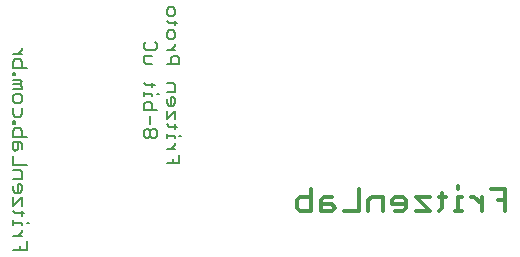
<source format=gbo>
G75*
%MOIN*%
%OFA0B0*%
%FSLAX25Y25*%
%IPPOS*%
%LPD*%
%AMOC8*
5,1,8,0,0,1.08239X$1,22.5*
%
%ADD10C,0.00800*%
%ADD11C,0.01300*%
%ADD12C,0.00500*%
D10*
X0067250Y0076937D02*
X0071454Y0076937D01*
X0071454Y0079740D01*
X0070052Y0081541D02*
X0067250Y0081541D01*
X0068651Y0081541D02*
X0070052Y0082943D01*
X0070052Y0083643D01*
X0070052Y0085378D02*
X0070052Y0086079D01*
X0067250Y0086079D01*
X0067250Y0086779D02*
X0067250Y0085378D01*
X0063954Y0086088D02*
X0063954Y0087490D01*
X0063253Y0088190D01*
X0062552Y0088190D01*
X0061852Y0087490D01*
X0061852Y0086088D01*
X0062552Y0085388D01*
X0063253Y0085388D01*
X0063954Y0086088D01*
X0061852Y0086088D02*
X0061151Y0085388D01*
X0060451Y0085388D01*
X0059750Y0086088D01*
X0059750Y0087490D01*
X0060451Y0088190D01*
X0061151Y0088190D01*
X0061852Y0087490D01*
X0061852Y0089992D02*
X0061852Y0092794D01*
X0062552Y0094596D02*
X0062552Y0096697D01*
X0061852Y0097398D01*
X0060451Y0097398D01*
X0059750Y0096697D01*
X0059750Y0094596D01*
X0063954Y0094596D01*
X0067250Y0094319D02*
X0067250Y0091517D01*
X0070052Y0094319D01*
X0070052Y0091517D01*
X0070052Y0089848D02*
X0070052Y0088447D01*
X0070753Y0089148D02*
X0067951Y0089148D01*
X0067250Y0089848D01*
X0071454Y0086079D02*
X0072154Y0086079D01*
X0069352Y0078339D02*
X0069352Y0076937D01*
X0069352Y0096120D02*
X0070052Y0096821D01*
X0070052Y0098222D01*
X0069352Y0098923D01*
X0068651Y0098923D01*
X0068651Y0096120D01*
X0067951Y0096120D02*
X0069352Y0096120D01*
X0067951Y0096120D02*
X0067250Y0096821D01*
X0067250Y0098222D01*
X0064654Y0099900D02*
X0063954Y0099900D01*
X0062552Y0099900D02*
X0059750Y0099900D01*
X0059750Y0099200D02*
X0059750Y0100601D01*
X0062552Y0099900D02*
X0062552Y0099200D01*
X0062552Y0102269D02*
X0062552Y0103670D01*
X0063253Y0102969D02*
X0060451Y0102969D01*
X0059750Y0103670D01*
X0067250Y0103527D02*
X0069352Y0103527D01*
X0070052Y0102826D01*
X0070052Y0100724D01*
X0067250Y0100724D01*
X0067250Y0109932D02*
X0071454Y0109932D01*
X0071454Y0112034D01*
X0070753Y0112735D01*
X0069352Y0112735D01*
X0068651Y0112034D01*
X0068651Y0109932D01*
X0062552Y0109942D02*
X0060451Y0109942D01*
X0059750Y0110643D01*
X0059750Y0112744D01*
X0062552Y0112744D01*
X0063253Y0114546D02*
X0060451Y0114546D01*
X0059750Y0115247D01*
X0059750Y0116648D01*
X0060451Y0117348D01*
X0063253Y0117348D02*
X0063954Y0116648D01*
X0063954Y0115247D01*
X0063253Y0114546D01*
X0067250Y0114536D02*
X0070052Y0114536D01*
X0068651Y0114536D02*
X0070052Y0115937D01*
X0070052Y0116638D01*
X0069352Y0118373D02*
X0067951Y0118373D01*
X0067250Y0119073D01*
X0067250Y0120475D01*
X0067951Y0121175D01*
X0069352Y0121175D01*
X0070052Y0120475D01*
X0070052Y0119073D01*
X0069352Y0118373D01*
X0070052Y0122977D02*
X0070052Y0124378D01*
X0070753Y0123677D02*
X0067951Y0123677D01*
X0067250Y0124378D01*
X0067951Y0126046D02*
X0067250Y0126747D01*
X0067250Y0128148D01*
X0067951Y0128848D01*
X0069352Y0128848D01*
X0070052Y0128148D01*
X0070052Y0126747D01*
X0069352Y0126046D01*
X0067951Y0126046D01*
D11*
X0164465Y0069424D02*
X0164465Y0068206D01*
X0164465Y0065771D02*
X0164465Y0060900D01*
X0165682Y0060900D02*
X0163247Y0060900D01*
X0159185Y0062118D02*
X0157968Y0060900D01*
X0159185Y0062118D02*
X0159185Y0066989D01*
X0157968Y0065771D02*
X0160403Y0065771D01*
X0164465Y0065771D02*
X0165682Y0065771D01*
X0168628Y0065771D02*
X0169846Y0065771D01*
X0172281Y0063335D01*
X0172281Y0060900D02*
X0172281Y0065771D01*
X0175329Y0068206D02*
X0180200Y0068206D01*
X0180200Y0060900D01*
X0180200Y0064553D02*
X0177765Y0064553D01*
X0155124Y0065771D02*
X0150253Y0065771D01*
X0155124Y0060900D01*
X0150253Y0060900D01*
X0147205Y0062118D02*
X0147205Y0064553D01*
X0145987Y0065771D01*
X0143552Y0065771D01*
X0142334Y0064553D01*
X0142334Y0063335D01*
X0147205Y0063335D01*
X0147205Y0062118D02*
X0145987Y0060900D01*
X0143552Y0060900D01*
X0139286Y0060900D02*
X0139286Y0065771D01*
X0135633Y0065771D01*
X0134416Y0064553D01*
X0134416Y0060900D01*
X0131368Y0060900D02*
X0126497Y0060900D01*
X0123449Y0062118D02*
X0122231Y0063335D01*
X0118578Y0063335D01*
X0118578Y0064553D02*
X0118578Y0060900D01*
X0122231Y0060900D01*
X0123449Y0062118D01*
X0119796Y0065771D02*
X0118578Y0064553D01*
X0119796Y0065771D02*
X0122231Y0065771D01*
X0115530Y0065771D02*
X0111877Y0065771D01*
X0110659Y0064553D01*
X0110659Y0062118D01*
X0111877Y0060900D01*
X0115530Y0060900D01*
X0115530Y0068206D01*
X0131368Y0068206D02*
X0131368Y0060900D01*
D12*
X0020604Y0047941D02*
X0016100Y0047941D01*
X0018352Y0047941D02*
X0018352Y0049442D01*
X0020604Y0047941D02*
X0020604Y0050944D01*
X0019103Y0052545D02*
X0016100Y0052545D01*
X0017601Y0052545D02*
X0019103Y0054046D01*
X0019103Y0054797D01*
X0019103Y0056382D02*
X0019103Y0057132D01*
X0016100Y0057132D01*
X0016100Y0056382D02*
X0016100Y0057883D01*
X0020604Y0057132D02*
X0021354Y0057132D01*
X0019103Y0059451D02*
X0019103Y0060952D01*
X0019853Y0060201D02*
X0016851Y0060201D01*
X0016100Y0060952D01*
X0016100Y0062520D02*
X0016100Y0065523D01*
X0016851Y0067124D02*
X0018352Y0067124D01*
X0019103Y0067875D01*
X0019103Y0069376D01*
X0018352Y0070127D01*
X0017601Y0070127D01*
X0017601Y0067124D01*
X0016851Y0067124D02*
X0016100Y0067875D01*
X0016100Y0069376D01*
X0016100Y0071728D02*
X0019103Y0071728D01*
X0019103Y0073980D01*
X0018352Y0074730D01*
X0016100Y0074730D01*
X0016100Y0076332D02*
X0016100Y0079334D01*
X0016851Y0080936D02*
X0017601Y0081686D01*
X0017601Y0083938D01*
X0018352Y0083938D02*
X0016100Y0083938D01*
X0016100Y0081686D01*
X0016851Y0080936D01*
X0019103Y0081686D02*
X0019103Y0083188D01*
X0018352Y0083938D01*
X0019103Y0085540D02*
X0019103Y0087792D01*
X0018352Y0088542D01*
X0016851Y0088542D01*
X0016100Y0087792D01*
X0016100Y0085540D01*
X0020604Y0085540D01*
X0016851Y0090144D02*
X0016851Y0090894D01*
X0016100Y0090894D01*
X0016100Y0090144D01*
X0016851Y0090144D01*
X0016851Y0092446D02*
X0016100Y0093196D01*
X0016100Y0095448D01*
X0016851Y0097049D02*
X0016100Y0097800D01*
X0016100Y0099301D01*
X0016851Y0100052D01*
X0018352Y0100052D01*
X0019103Y0099301D01*
X0019103Y0097800D01*
X0018352Y0097049D01*
X0016851Y0097049D01*
X0019103Y0095448D02*
X0019103Y0093196D01*
X0018352Y0092446D01*
X0016851Y0092446D01*
X0016100Y0101653D02*
X0019103Y0101653D01*
X0019103Y0102404D01*
X0018352Y0103155D01*
X0019103Y0103905D01*
X0018352Y0104656D01*
X0016100Y0104656D01*
X0016100Y0103155D02*
X0018352Y0103155D01*
X0016851Y0106257D02*
X0016851Y0107008D01*
X0016100Y0107008D01*
X0016100Y0106257D01*
X0016851Y0106257D01*
X0016100Y0108559D02*
X0016100Y0110811D01*
X0016851Y0111562D01*
X0018352Y0111562D01*
X0019103Y0110811D01*
X0019103Y0108559D01*
X0020604Y0108559D02*
X0016100Y0108559D01*
X0016100Y0113163D02*
X0019103Y0113163D01*
X0019103Y0114665D02*
X0019103Y0115415D01*
X0019103Y0114665D02*
X0017601Y0113163D01*
X0016100Y0076332D02*
X0020604Y0076332D01*
X0019103Y0065523D02*
X0016100Y0062520D01*
X0019103Y0062520D02*
X0019103Y0065523D01*
M02*

</source>
